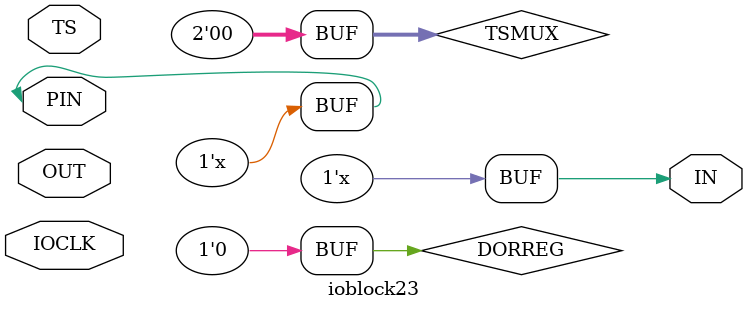
<source format=v>
module ioblock23(
	       inout  PIN,
	       input  TS,
	       input  OUT,
	       output IN,
	       input IOCLK
	       );
   
   reg 		     D;
   reg [2-1:0] 	     TSMUX;
   reg 		     DORREG;

   assign PIN = ( TSMUX == 2'b00 ) ? 1'bz : (( TSMUX == 2'b01 && TS == 1'b1 ) ? OUT : (( TSMUX == 2'b01 && TS == 1'b0 ) ? 1'bz : OUT));
   assign IN  = ( DORREG == 1'b0 ) ? PIN  : D;
   
   initial
     begin
	D=1'b0;
	TSMUX=2'b00;
	DORREG=1'b0;
     end
   
   always @(posedge IOCLK) D=PIN;
   
endmodule       

</source>
